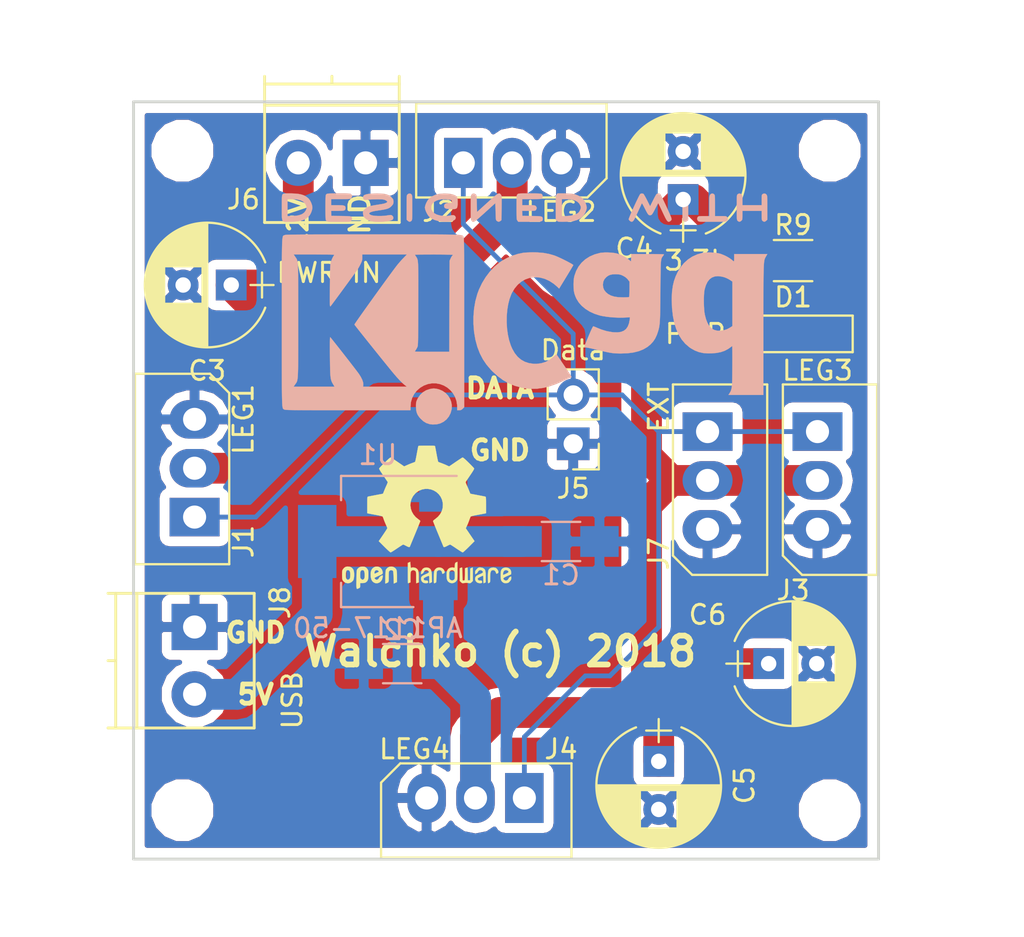
<source format=kicad_pcb>
(kicad_pcb (version 4) (host pcbnew 4.0.7)
  (layers (0 F.Cu signal) (31 B.Cu signal) (34 B.Paste user) (35 F.Paste user) (36 B.SilkS user) (37 F.SilkS user) (38 B.Mask user) (39 F.Mask user) (44 Edge.Cuts user))
  (net 0 "")
  (net 1 "Net-(D1-Pad2)")
  (net 2 DATA)
  (net 3 +5V)
  (net 4 GND)
  (net 5 +12V)
  (module Capacitors_SMD:C_1206_HandSoldering (layer B.Cu) (at 131.445 82.55)
    (fp_text reference C1 (at 0 1.75) (layer B.SilkS) (effects (justify mirror)))
    (fp_text value C)
    (pad 1 smd rect (at -2 0) (size 2 1.6) (layers B.Cu B.Paste B.Mask) (net 3 +5V))
    (pad 2 smd rect (at 2 0) (size 2 1.6) (layers B.Cu B.Paste B.Mask) (net 4 GND))
  )
  (module Capacitors_SMD:C_1206_HandSoldering (layer B.Cu) (at 123.19 88.9 180)
    (fp_text reference C2 (at 0 1.75 180) (layer B.SilkS) (effects (justify mirror)))
    (fp_text value C)
    (pad 1 smd rect (at -2 0 180) (size 2 1.6) (layers B.Cu B.Paste B.Mask) (net 5 +12V))
    (pad 2 smd rect (at 2 0 180) (size 2 1.6) (layers B.Cu B.Paste B.Mask) (net 4 GND))
  )
  (module LEDs:LED_1206_HandSoldering (layer F.Cu) (at 143.51 71.755 180)
    (fp_text reference D1 (at 0 1.905 180) (layer F.SilkS))
    (fp_text value PWR (at 5.08 0 180) (layer F.SilkS))
    (pad 1 smd rect (at -2 0 180) (size 2 1.7) (layers F.Cu F.Paste F.Mask) (net 4 GND))
    (pad 2 smd rect (at 2 0 180) (size 2 1.7) (layers F.Cu F.Paste F.Mask) (net 1 "Net-(D1-Pad2)"))
  )
  (module TerminalBlocks_Phoenix:TerminalBlock_Phoenix_PT-3.5mm_2pol (layer F.Cu) (at 121.285 62.865 180)
    (fp_text reference J6 (at 6.35 -1.905 180) (layer F.SilkS))
    (fp_text value "PWR IN" (at 1.905 -5.715 360) (layer F.SilkS))
    (pad 2 thru_hole circle (at 3.5 0 180) (size 2.4 2.4) (drill 1.2) (layers *.Cu *.Mask) (net 5 +12V))
    (pad 1 thru_hole rect (at 0 0 180) (size 2.4 2.4) (drill 1.2) (layers *.Cu *.Mask) (net 4 GND))
  )
  (module Resistors_SMD:R_1206_HandSoldering (layer F.Cu) (at 143.51 67.945)
    (fp_text reference R9 (at 0 -1.85) (layer F.SilkS))
    (fp_text value 3.3k (at -5.08 0) (layer F.SilkS))
    (pad 1 smd rect (at -2 0) (size 2 1.7) (layers F.Cu F.Paste F.Mask) (net 5 +12V))
    (pad 2 smd rect (at 2 0) (size 2 1.7) (layers F.Cu F.Paste F.Mask) (net 1 "Net-(D1-Pad2)"))
  )
  (module Connectors_Molex:Molex_SPOX-5267_22-03-5035_03x2.54mm_Straight (layer F.Cu) (at 112.395 81.28 90)
    (fp_text reference J1 (at -1.27 2.54 90) (layer F.SilkS))
    (fp_text value LEG1 (at 5.08 2.54 90) (layer F.SilkS))
    (pad 1 thru_hole rect (at 0 0 90) (size 2 2.6) (drill 1.2) (layers *.Cu *.Mask) (net 2 DATA))
    (pad 2 thru_hole oval (at 2.54 0 90) (size 2 2.6) (drill 1.2) (layers *.Cu *.Mask) (net 5 +12V))
    (pad 3 thru_hole oval (at 5.08 0 90) (size 2 2.6) (drill 1.2) (layers *.Cu *.Mask) (net 4 GND))
  )
  (module Connectors_Molex:Molex_SPOX-5267_22-03-5035_03x2.54mm_Straight (layer F.Cu) (at 126.365 62.865)
    (fp_text reference J2 (at -1.27 2.54) (layer F.SilkS))
    (fp_text value LEG2 (at 5.08 2.54) (layer F.SilkS))
    (pad 1 thru_hole rect (at 0 0) (size 2 2.6) (drill 1.2) (layers *.Cu *.Mask) (net 2 DATA))
    (pad 2 thru_hole oval (at 2.54 0) (size 2 2.6) (drill 1.2) (layers *.Cu *.Mask) (net 5 +12V))
    (pad 3 thru_hole oval (at 5.08 0) (size 2 2.6) (drill 1.2) (layers *.Cu *.Mask) (net 4 GND))
  )
  (module Connectors_Molex:Molex_SPOX-5267_22-03-5035_03x2.54mm_Straight (layer F.Cu) (at 144.78 76.835 270)
    (fp_text reference J3 (at 8.255 1.27 360) (layer F.SilkS))
    (fp_text value LEG3 (at -3.175 0 360) (layer F.SilkS))
    (pad 1 thru_hole rect (at 0 0 270) (size 2 2.6) (drill 1.2) (layers *.Cu *.Mask) (net 2 DATA))
    (pad 2 thru_hole oval (at 2.54 0 270) (size 2 2.6) (drill 1.2) (layers *.Cu *.Mask) (net 5 +12V))
    (pad 3 thru_hole oval (at 5.08 0 270) (size 2 2.6) (drill 1.2) (layers *.Cu *.Mask) (net 4 GND))
  )
  (module Connectors_Molex:Molex_SPOX-5267_22-03-5035_03x2.54mm_Straight (layer F.Cu) (at 129.54 95.885 180)
    (fp_text reference J4 (at -1.905 2.54 180) (layer F.SilkS))
    (fp_text value LEG4 (at 5.715 2.54 180) (layer F.SilkS))
    (pad 1 thru_hole rect (at 0 0 180) (size 2 2.6) (drill 1.2) (layers *.Cu *.Mask) (net 2 DATA))
    (pad 2 thru_hole oval (at 2.54 0 180) (size 2 2.6) (drill 1.2) (layers *.Cu *.Mask) (net 5 +12V))
    (pad 3 thru_hole oval (at 5.08 0 180) (size 2 2.6) (drill 1.2) (layers *.Cu *.Mask) (net 4 GND))
  )
  (module Capacitors_THT:CP_Radial_D6.3mm_P2.50mm (layer F.Cu) (at 114.3 69.215 180)
    (fp_text reference C3 (at 1.25 -4.46 180) (layer F.SilkS))
    (fp_text value .1)
    (pad 1 thru_hole rect (at 0 0 180) (size 1.6 1.6) (drill 0.8) (layers *.Cu *.Mask) (net 5 +12V))
    (pad 2 thru_hole circle (at 2.5 0 180) (size 1.6 1.6) (drill 0.8) (layers *.Cu *.Mask) (net 4 GND))
  )
  (module Capacitors_THT:CP_Radial_D6.3mm_P2.50mm (layer F.Cu) (at 137.795 64.77 90)
    (fp_text reference C4 (at -2.54 -2.54 180) (layer F.SilkS))
    (fp_text value .1)
    (pad 1 thru_hole rect (at 0 0 90) (size 1.6 1.6) (drill 0.8) (layers *.Cu *.Mask) (net 5 +12V))
    (pad 2 thru_hole circle (at 2.5 0 90) (size 1.6 1.6) (drill 0.8) (layers *.Cu *.Mask) (net 4 GND))
  )
  (module Capacitors_THT:CP_Radial_D6.3mm_P2.50mm (layer F.Cu) (at 136.525 93.98 270)
    (fp_text reference C5 (at 1.25 -4.46 270) (layer F.SilkS))
    (fp_text value .1)
    (pad 1 thru_hole rect (at 0 0 270) (size 1.6 1.6) (drill 0.8) (layers *.Cu *.Mask) (net 5 +12V))
    (pad 2 thru_hole circle (at 2.5 0 270) (size 1.6 1.6) (drill 0.8) (layers *.Cu *.Mask) (net 4 GND))
  )
  (module Capacitors_THT:CP_Radial_D6.3mm_P2.50mm (layer F.Cu) (at 142.24 88.9)
    (fp_text reference C6 (at -3.175 -2.54) (layer F.SilkS))
    (fp_text value .1)
    (pad 1 thru_hole rect (at 0 0) (size 1.6 1.6) (drill 0.8) (layers *.Cu *.Mask) (net 5 +12V))
    (pad 2 thru_hole circle (at 2.5 0) (size 1.6 1.6) (drill 0.8) (layers *.Cu *.Mask) (net 4 GND))
  )
  (module Connectors_Molex:Molex_SPOX-5267_22-03-5035_03x2.54mm_Straight (layer F.Cu) (at 139.065 76.835 270)
    (fp_text reference J7 (at 6.35 2.54 270) (layer F.SilkS))
    (fp_text value EXT (at -1.27 2.54 270) (layer F.SilkS))
    (pad 1 thru_hole rect (at 0 0 270) (size 2 2.6) (drill 1.2) (layers *.Cu *.Mask) (net 2 DATA))
    (pad 2 thru_hole oval (at 2.54 0 270) (size 2 2.6) (drill 1.2) (layers *.Cu *.Mask) (net 5 +12V))
    (pad 3 thru_hole oval (at 5.08 0 270) (size 2 2.6) (drill 1.2) (layers *.Cu *.Mask) (net 4 GND))
  )
  (module ksmd:SOT-223-3_TabPin2 (layer B.Cu) (at 121.92 82.55 180)
    (fp_text reference U1 (at 0 4.5 180) (layer B.SilkS) (effects (justify mirror)))
    (fp_text value AP1117-50 (at 0 -4.5 180) (layer B.SilkS) (effects (justify mirror)))
    (pad 2 smd rect (at 3.15 0 180) (size 2 3.8) (layers B.Cu B.Paste B.Mask) (net 3 +5V))
    (pad 2 smd rect (at -3.15 0 180) (size 2 1.5) (layers B.Cu B.Paste B.Mask) (net 3 +5V))
    (pad 3 smd rect (at -3.15 -2.3 180) (size 2 1.5) (layers B.Cu B.Paste B.Mask) (net 5 +12V))
    (pad 1 smd rect (at -3.15 2.3 180) (size 2 1.5) (layers B.Cu B.Paste B.Mask) (net 4 GND))
  )
  (module Mounting_Holes:MountingHole_2.2mm_M2 (layer F.Cu) (at 145.415 62.23)
    (fp_text reference "" (at 0 -3.2) (layer F.SilkS))
    (fp_text value MountingHole_2.2mm_M2)
    (pad 1 np_thru_hole circle (at 0 0) (size 2.2 2.2) (drill 2.2) (layers *.Cu *.Mask))
  )
  (module Mounting_Holes:MountingHole_2.2mm_M2 (layer F.Cu) (at 111.76 62.23)
    (fp_text reference "" (at 0 -3.2) (layer F.SilkS))
    (fp_text value MountingHole_2.2mm_M2)
    (pad 1 np_thru_hole circle (at 0 0) (size 2.2 2.2) (drill 2.2) (layers *.Cu *.Mask))
  )
  (module Mounting_Holes:MountingHole_2.2mm_M2 (layer F.Cu) (at 111.76 96.52)
    (fp_text reference "" (at 0 -3.2) (layer F.SilkS))
    (fp_text value "")
    (pad 1 np_thru_hole circle (at 0 0) (size 2.2 2.2) (drill 2.2) (layers *.Cu *.Mask))
  )
  (module Mounting_Holes:MountingHole_2.2mm_M2 (layer F.Cu) (at 145.415 96.52)
    (fp_text reference "" (at 0 -3.2) (layer F.SilkS))
    (fp_text value "")
    (pad 1 np_thru_hole circle (at 0 0) (size 2.2 2.2) (drill 2.2) (layers *.Cu *.Mask))
  )
  (module Pin_Headers:Pin_Header_Straight_1x02_Pitch2.54mm (layer F.Cu) (at 132.08 77.47 180)
    (fp_text reference J5 (at 0 -2.33 180) (layer F.SilkS))
    (fp_text value Data (at 0 4.87 180) (layer F.SilkS))
    (pad 1 thru_hole rect (at 0 0 180) (size 1.7 1.7) (drill 1) (layers *.Cu *.Mask) (net 4 GND))
    (pad 2 thru_hole oval (at 0 2.54 180) (size 1.7 1.7) (drill 1) (layers *.Cu *.Mask) (net 2 DATA))
  )
  (module TerminalBlocks_Phoenix:TerminalBlock_Phoenix_PT-3.5mm_2pol (layer F.Cu) (at 112.395 86.995 270)
    (fp_text reference J8 (at -1.27 -4.445 270) (layer F.SilkS))
    (fp_text value USB (at 3.81 -5.08 270) (layer F.SilkS))
    (pad 2 thru_hole circle (at 3.5 0 270) (size 2.4 2.4) (drill 1.2) (layers *.Cu *.Mask) (net 3 +5V))
    (pad 1 thru_hole rect (at 0 0 270) (size 2.4 2.4) (drill 1.2) (layers *.Cu *.Mask) (net 4 GND))
  )
  (module Symbols:OSHW-Logo2_9.8x8mm_SilkScreen (layer F.Cu) (at 124.46 81.28)
    (fp_text reference REF*** hide)
    (fp_text value OSHW-Logo2_9.8x8mm_SilkScreen hide)
  )
  (module Symbols:KiCad-Logo2_12mm_SilkScreen (layer B.Cu) (at 129.54 70.485)
    (fp_text reference REF*** hide)
    (fp_text value KiCad-Logo2_12mm_SilkScreen hide)
  )
  (gr_text "12V\n\nGND" (at 119.38 66.04 90) (layer F.SilkS) (effects (font (size 1 1) (thickness 0.2))))
  (gr_text "GND\n\n5V" (at 115.57 88.9) (layer F.SilkS) (effects (font (size 1 1) (thickness 0.25))))
  (gr_line (start 109.22 99.06) (end 109.22 59.69) (angle 90) (layer Edge.Cuts) (width 0.15))
  (gr_line (start 147.955 99.06) (end 109.22 99.06) (angle 90) (layer Edge.Cuts) (width 0.15))
  (gr_line (start 147.955 59.69) (end 147.955 99.06) (angle 90) (layer Edge.Cuts) (width 0.15))
  (gr_line (start 109.22 59.69) (end 147.955 59.69) (angle 90) (layer Edge.Cuts) (width 0.15))
  (gr_text "DATA\n\nGND" (at 128.27 76.2) (layer F.SilkS) (effects (font (size 1 1) (thickness 0.25))))
  (gr_text "Walchko (c) 2018" (at 128.27 88.265) (layer F.SilkS) (effects (font (size 1.5 1.5) (thickness 0.3))))
  (segment (start 141.51 71.755) (end 141.51 70.58) (width 0.25) (layer F.Cu) (net 1))
  (segment (start 145.51 69.12) (end 145.51 67.945) (width 0.25) (layer F.Cu) (net 1))
  (segment (start 144.78 69.85) (end 145.51 69.12) (width 0.25) (layer F.Cu) (net 1))
  (segment (start 142.24 69.85) (end 144.78 69.85) (width 0.25) (layer F.Cu) (net 1))
  (segment (start 141.51 70.58) (end 142.24 69.85) (width 0.25) (layer F.Cu) (net 1))
  (segment (start 126.365 62.865) (end 126.365 66.04) (width 0.25) (layer B.Cu) (net 2))
  (segment (start 132.08 71.755) (end 132.08 74.93) (width 0.25) (layer B.Cu) (net 2))
  (segment (start 126.365 66.04) (end 132.08 71.755) (width 0.25) (layer B.Cu) (net 2))
  (segment (start 112.395 81.28) (end 115.57 81.28) (width 0.25) (layer B.Cu) (net 2))
  (segment (start 121.92 74.93) (end 132.08 74.93) (width 0.25) (layer B.Cu) (net 2))
  (segment (start 115.57 81.28) (end 121.92 74.93) (width 0.25) (layer B.Cu) (net 2))
  (segment (start 129.54 95.885) (end 129.54 92.71) (width 0.25) (layer B.Cu) (net 2))
  (segment (start 136.525 86.995) (end 136.525 76.835) (width 0.25) (layer B.Cu) (net 2))
  (segment (start 133.985 89.535) (end 136.525 86.995) (width 0.25) (layer B.Cu) (net 2))
  (segment (start 132.715 89.535) (end 133.985 89.535) (width 0.25) (layer B.Cu) (net 2))
  (segment (start 129.54 92.71) (end 132.715 89.535) (width 0.25) (layer B.Cu) (net 2))
  (segment (start 139.065 76.835) (end 136.525 76.835) (width 0.25) (layer B.Cu) (net 2))
  (segment (start 134.62 74.93) (end 132.08 74.93) (width 0.25) (layer B.Cu) (net 2))
  (segment (start 136.525 76.835) (end 134.62 74.93) (width 0.25) (layer B.Cu) (net 2))
  (segment (start 144.78 76.835) (end 139.065 76.835) (width 0.25) (layer B.Cu) (net 2))
  (segment (start 118.77 82.55) (end 118.77 86.335) (width 1.6) (layer B.Cu) (net 3))
  (segment (start 114.61 90.495) (end 112.395 90.495) (width 1.6) (layer B.Cu) (net 3))
  (segment (start 118.77 86.335) (end 114.61 90.495) (width 1.6) (layer B.Cu) (net 3))
  (segment (start 125.07 82.55) (end 118.77 82.55) (width 1.6) (layer B.Cu) (net 3))
  (segment (start 125.07 82.55) (end 129.445 82.55) (width 1.6) (layer B.Cu) (net 3))
  (segment (start 127 95.885) (end 127 90.71) (width 1.6) (layer B.Cu) (net 5))
  (segment (start 127 90.71) (end 125.07 88.78) (width 1.6) (layer B.Cu) (net 5))
  (segment (start 125.07 88.78) (end 125.07 84.85) (width 1.6) (layer B.Cu) (net 5))
  (segment (start 139.065 79.375) (end 137.16 79.375) (width 1.6) (layer F.Cu) (net 5))
  (segment (start 137.16 79.375) (end 135.89 78.105) (width 1.6) (layer F.Cu) (net 5))
  (segment (start 135.89 73.565) (end 141.51 67.945) (width 1.6) (layer F.Cu) (net 5))
  (segment (start 135.89 78.105) (end 135.89 73.565) (width 1.6) (layer F.Cu) (net 5))
  (segment (start 137.795 64.77) (end 138.335 64.77) (width 1.6) (layer F.Cu) (net 5))
  (segment (start 138.335 64.77) (end 141.51 67.945) (width 1.6) (layer F.Cu) (net 5))
  (segment (start 128.905 62.865) (end 128.905 66.04) (width 1.6) (layer F.Cu) (net 5))
  (segment (start 133.985 68.58) (end 137.795 64.77) (width 1.6) (layer F.Cu) (net 5))
  (segment (start 131.445 68.58) (end 133.985 68.58) (width 1.6) (layer F.Cu) (net 5))
  (segment (start 128.905 66.04) (end 131.445 68.58) (width 1.6) (layer F.Cu) (net 5))
  (segment (start 135.89 80.645) (end 135.89 91.44) (width 1.6) (layer F.Cu) (net 5))
  (segment (start 137.16 79.375) (end 135.89 80.645) (width 1.6) (layer F.Cu) (net 5))
  (segment (start 127 95.885) (end 127 92.71) (width 1.6) (layer F.Cu) (net 5))
  (segment (start 127 92.71) (end 128.27 91.44) (width 1.6) (layer F.Cu) (net 5))
  (segment (start 128.27 91.44) (end 135.89 91.44) (width 1.6) (layer F.Cu) (net 5))
  (segment (start 135.89 91.44) (end 136.525 91.44) (width 1.6) (layer F.Cu) (net 5))
  (segment (start 142.24 88.9) (end 139.065 88.9) (width 1.6) (layer F.Cu) (net 5))
  (segment (start 136.525 91.44) (end 136.525 93.98) (width 1.6) (layer F.Cu) (net 5))
  (segment (start 139.065 88.9) (end 136.525 91.44) (width 1.6) (layer F.Cu) (net 5))
  (segment (start 144.78 79.375) (end 139.065 79.375) (width 1.6) (layer F.Cu) (net 5))
  (segment (start 128.905 62.865) (end 128.905 65.405) (width 1.6) (layer F.Cu) (net 5))
  (segment (start 119.38 67.945) (end 117.785 66.35) (width 1.6) (layer F.Cu) (net 5))
  (segment (start 126.365 67.945) (end 119.38 67.945) (width 1.6) (layer F.Cu) (net 5))
  (segment (start 128.905 65.405) (end 126.365 67.945) (width 1.6) (layer F.Cu) (net 5))
  (segment (start 114.3 69.215) (end 116.205 69.215) (width 1.6) (layer F.Cu) (net 5))
  (segment (start 117.785 67.635) (end 117.785 66.35) (width 1.6) (layer F.Cu) (net 5))
  (segment (start 117.785 66.35) (end 117.785 62.865) (width 1.6) (layer F.Cu) (net 5))
  (segment (start 116.205 69.215) (end 117.785 67.635) (width 1.6) (layer F.Cu) (net 5))
  (segment (start 112.395 78.74) (end 114.935 78.74) (width 1.6) (layer F.Cu) (net 5))
  (segment (start 116.84 71.755) (end 114.3 69.215) (width 1.6) (layer F.Cu) (net 5))
  (segment (start 116.84 76.835) (end 116.84 71.755) (width 1.6) (layer F.Cu) (net 5))
  (segment (start 114.935 78.74) (end 116.84 76.835) (width 1.6) (layer F.Cu) (net 5))
  (zone (net 4) (net_name GND) (layer F.Cu) (connect_pads (clearance 0.508)) (min_thickness 0.254) (fill yes (arc_segments 16) (thermal_gap 0.508) (thermal_bridge_width 0.508))
    (polygon (pts (xy 147.955 99.06) (xy 109.22 99.06) (xy 109.22 59.69) (xy 147.955 59.69)))
  )
  (zone (net 4) (net_name GND) (layer B.Cu) (connect_pads (clearance 0.508)) (min_thickness 0.254) (fill yes (arc_segments 16) (thermal_gap 0.508) (thermal_bridge_width 0.508))
    (polygon (pts (xy 147.955 99.06) (xy 109.22 99.06) (xy 109.22 59.69) (xy 147.955 59.69)))
  )
)
</source>
